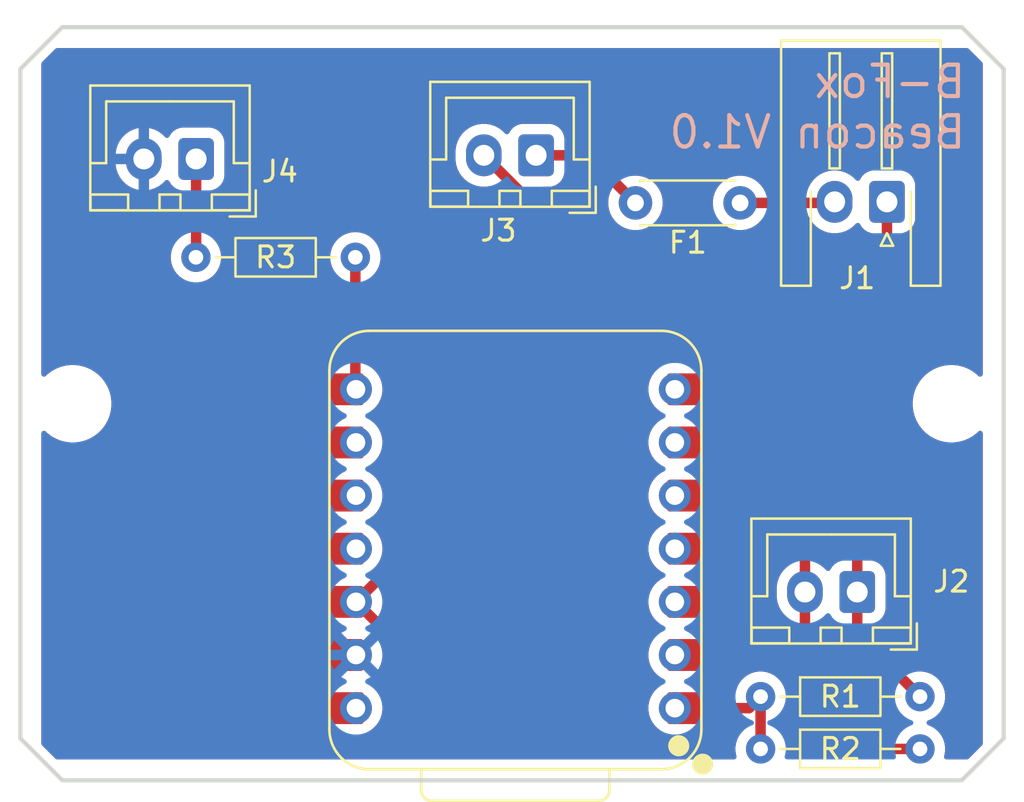
<source format=kicad_pcb>
(kicad_pcb (version 20241229) (generator "pcbnew") (generator_version "9.0")
  (layers (0 "F.Cu" signal) (2 "B.Cu" signal) (13 "F.Paste" user) (15 "B.Paste" user) (5 "F.SilkS" user "F.Silkscreen") (7 "B.SilkS" user "B.Silkscreen") (1 "F.Mask" user) (3 "B.Mask" user) (25 "Edge.Cuts" user))
  (net 0 "")
  (net 1 "Net-(J1-Pin_1)")
  (net 2 "Net-(J1-Pin_2)")
  (net 3 "Net-(U1-GPIO0{slash}A0{slash}D0)")
  (net 4 "Net-(J2-Pin_2)")
  (net 5 "Net-(U1-GPIO17{slash}D7{slash}RX)")
  (net 26 "VCC")
  (net 27 "GND")
  (net 28 "Net-(J4-Pin_1)")
  (net 29 "Net-(J3-Pin_1)")
  (footprint "MountingHole:MountingHole_3.2mm_M3" (layer "F.Cu") (at 94.5 68)
    (property "Reference" "H2" (hide yes))
    (property "Value" "MountingHole" (hide yes))
    (pad "" np_thru_hole circle (at 0 0) (size 3.2 3.2) (drill 3.2) (layers "*.Cu" "*.Mask"))
  )
  (footprint "Capacitor_THT:C_Disc_D4.3mm_W1.9mm_P5.00mm" (layer "F.Cu") (at 79.4 58.4)
    (property "Reference" "F1" (at 2.5 1.9 0) (layer "F.SilkS"))
    (property "Value" "Polyfuse_Small")
    (fp_line (start 0.23 -1.07) (end 4.77 -1.07) (stroke (width 0.12)) (layer "F.SilkS"))
    (fp_line (start 0.23 -1.014) (end 0.23 -1.07) (stroke (width 0.12)) (layer "F.SilkS"))
    (fp_line (start 4.77 1.014) (end 4.77 1.07) (stroke (width 0.12)) (layer "F.SilkS"))
    (fp_line (start 4.77 1.07) (end 0.23 1.07) (stroke (width 0.12)) (layer "F.SilkS"))
    (pad "1" thru_hole circle (at 0 0) (size 1.6 1.6) (drill 0.8) (layers "*.Cu" "*.Mask") (net 29 "Net-(J3-Pin_1)"))
    (pad "2" thru_hole circle (at 5 0) (size 1.6 1.6) (drill 0.8) (layers "*.Cu" "*.Mask") (net 2 "Net-(J1-Pin_2)"))
  )
  (footprint "Resistor_THT:R_Axial_DIN0204_L3.6mm_D1.6mm_P7.62mm_Horizontal" (layer "F.Cu") (at 85.38 82)
    (property "Reference" "R1" (at 3.81 0 0) (layer "F.SilkS"))
    (property "Value" "220k" (hide yes))
    (fp_line (start 0.94 0) (end 1.89 0) (stroke (width 0.12)) (layer "F.SilkS"))
    (fp_line (start 6.68 0) (end 5.73 0) (stroke (width 0.12)) (layer "F.SilkS"))
    (fp_rect (start 1.89 -0.92) (end 5.73 0.92) (stroke (width 0.12)) (fill no) (layer "F.SilkS"))
    (pad "1" thru_hole circle (at 0 0) (size 1.4 1.4) (drill 0.7) (layers "*.Cu" "*.Mask") (net 3 "Net-(U1-GPIO0{slash}A0{slash}D0)"))
    (pad "2" thru_hole circle (at 7.62 0) (size 1.4 1.4) (drill 0.7) (layers "*.Cu" "*.Mask") (net 1 "Net-(J1-Pin_1)"))
  )
  (footprint "Connector_JST:JST_XH_B2B-XH-A_1x02_P2.50mm_Vertical" (layer "F.Cu") (at 90 77 180)
    (property "Reference" "J2" (at -4.5 0.5 0) (layer "F.SilkS"))
    (property "Value" "Conn_01x02" (hide yes))
    (fp_line (start 5.06 3.51) (end 5.06 -2.46) (stroke (width 0.12)) (layer "F.SilkS"))
    (fp_line (start 5.06 -2.46) (end -2.56 -2.46) (stroke (width 0.12)) (layer "F.SilkS"))
    (fp_line (start 5.05 -0.2) (end 4.3 -0.2) (stroke (width 0.12)) (layer "F.SilkS"))
    (fp_line (start 5.05 -1.7) (end 5.05 -2.45) (stroke (width 0.12)) (layer "F.SilkS"))
    (fp_line (start 5.05 -2.45) (end 3.25 -2.45) (stroke (width 0.12)) (layer "F.SilkS"))
    (fp_line (start 4.3 2.75) (end 1.25 2.75) (stroke (width 0.12)) (layer "F.SilkS"))
    (fp_line (start 4.3 -0.2) (end 4.3 2.75) (stroke (width 0.12)) (layer "F.SilkS"))
    (fp_line (start 3.25 -1.7) (end 5.05 -1.7) (stroke (width 0.12)) (layer "F.SilkS"))
    (fp_line (start 3.25 -2.45) (end 3.25 -1.7) (stroke (width 0.12)) (layer "F.SilkS"))
    (fp_line (start 1.75 -1.7) (end 1.75 -2.45) (stroke (width 0.12)) (layer "F.SilkS"))
    (fp_line (start 1.75 -2.45) (end 0.75 -2.45) (stroke (width 0.12)) (layer "F.SilkS"))
    (fp_line (start 0.75 -1.7) (end 1.75 -1.7) (stroke (width 0.12)) (layer "F.SilkS"))
    (fp_line (start 0.75 -2.45) (end 0.75 -1.7) (stroke (width 0.12)) (layer "F.SilkS"))
    (fp_line (start -0.75 -1.7) (end -0.75 -2.45) (stroke (width 0.12)) (layer "F.SilkS"))
    (fp_line (start -0.75 -2.45) (end -2.55 -2.45) (stroke (width 0.12)) (layer "F.SilkS"))
    (fp_line (start -1.6 -2.75) (end -2.85 -2.75) (stroke (width 0.12)) (layer "F.SilkS"))
    (fp_line (start -1.8 2.75) (end 1.25 2.75) (stroke (width 0.12)) (layer "F.SilkS"))
    (fp_line (start -1.8 -0.2) (end -1.8 2.75) (stroke (width 0.12)) (layer "F.SilkS"))
    (fp_line (start -2.55 -0.2) (end -1.8 -0.2) (stroke (width 0.12)) (layer "F.SilkS"))
    (fp_line (start -2.55 -1.7) (end -0.75 -1.7) (stroke (width 0.12)) (layer "F.SilkS"))
    (fp_line (start -2.55 -2.45) (end -2.55 -1.7) (stroke (width 0.12)) (layer "F.SilkS"))
    (fp_line (start -2.56 3.51) (end 5.06 3.51) (stroke (width 0.12)) (layer "F.SilkS"))
    (fp_line (start -2.56 -2.46) (end -2.56 3.51) (stroke (width 0.12)) (layer "F.SilkS"))
    (fp_line (start -2.85 -2.75) (end -2.85 -1.5) (stroke (width 0.12)) (layer "F.SilkS"))
    (pad "1" thru_hole roundrect (at 0 0 180) (size 1.7 2) (drill 1) (layers "*.Cu" "*.Mask") (roundrect_rratio 0.147059) (net 1 "Net-(J1-Pin_1)"))
    (pad "2" thru_hole oval (at 2.5 0 180) (size 1.7 2) (drill 1) (layers "*.Cu" "*.Mask") (net 4 "Net-(J2-Pin_2)"))
  )
  (footprint "Connector_JST:JST_XH_B2B-XH-A_1x02_P2.50mm_Vertical" (layer "F.Cu") (at 58.4 56.3 180)
    (property "Reference" "J4" (at -4 -0.6 0) (layer "F.SilkS"))
    (property "Value" "Conn_01x02" (hide yes))
    (fp_line (start 5.06 3.51) (end 5.06 -2.46) (stroke (width 0.12)) (layer "F.SilkS"))
    (fp_line (start 5.06 -2.46) (end -2.56 -2.46) (stroke (width 0.12)) (layer "F.SilkS"))
    (fp_line (start 5.05 -0.2) (end 4.3 -0.2) (stroke (width 0.12)) (layer "F.SilkS"))
    (fp_line (start 5.05 -1.7) (end 5.05 -2.45) (stroke (width 0.12)) (layer "F.SilkS"))
    (fp_line (start 5.05 -2.45) (end 3.25 -2.45) (stroke (width 0.12)) (layer "F.SilkS"))
    (fp_line (start 4.3 2.75) (end 1.25 2.75) (stroke (width 0.12)) (layer "F.SilkS"))
    (fp_line (start 4.3 -0.2) (end 4.3 2.75) (stroke (width 0.12)) (layer "F.SilkS"))
    (fp_line (start 3.25 -1.7) (end 5.05 -1.7) (stroke (width 0.12)) (layer "F.SilkS"))
    (fp_line (start 3.25 -2.45) (end 3.25 -1.7) (stroke (width 0.12)) (layer "F.SilkS"))
    (fp_line (start 1.75 -1.7) (end 1.75 -2.45) (stroke (width 0.12)) (layer "F.SilkS"))
    (fp_line (start 1.75 -2.45) (end 0.75 -2.45) (stroke (width 0.12)) (layer "F.SilkS"))
    (fp_line (start 0.75 -1.7) (end 1.75 -1.7) (stroke (width 0.12)) (layer "F.SilkS"))
    (fp_line (start 0.75 -2.45) (end 0.75 -1.7) (stroke (width 0.12)) (layer "F.SilkS"))
    (fp_line (start -0.75 -1.7) (end -0.75 -2.45) (stroke (width 0.12)) (layer "F.SilkS"))
    (fp_line (start -0.75 -2.45) (end -2.55 -2.45) (stroke (width 0.12)) (layer "F.SilkS"))
    (fp_line (start -1.6 -2.75) (end -2.85 -2.75) (stroke (width 0.12)) (layer "F.SilkS"))
    (fp_line (start -1.8 2.75) (end 1.25 2.75) (stroke (width 0.12)) (layer "F.SilkS"))
    (fp_line (start -1.8 -0.2) (end -1.8 2.75) (stroke (width 0.12)) (layer "F.SilkS"))
    (fp_line (start -2.55 -0.2) (end -1.8 -0.2) (stroke (width 0.12)) (layer "F.SilkS"))
    (fp_line (start -2.55 -1.7) (end -0.75 -1.7) (stroke (width 0.12)) (layer "F.SilkS"))
    (fp_line (start -2.55 -2.45) (end -2.55 -1.7) (stroke (width 0.12)) (layer "F.SilkS"))
    (fp_line (start -2.56 3.51) (end 5.06 3.51) (stroke (width 0.12)) (layer "F.SilkS"))
    (fp_line (start -2.56 -2.46) (end -2.56 3.51) (stroke (width 0.12)) (layer "F.SilkS"))
    (fp_line (start -2.85 -2.75) (end -2.85 -1.5) (stroke (width 0.12)) (layer "F.SilkS"))
    (pad "1" thru_hole roundrect (at 0 0 180) (size 1.7 2) (drill 1) (layers "*.Cu" "*.Mask") (roundrect_rratio 0.147059) (net 28 "Net-(J4-Pin_1)"))
    (pad "2" thru_hole oval (at 2.5 0 180) (size 1.7 2) (drill 1) (layers "*.Cu" "*.Mask") (net 27 "GND"))
  )
  (footprint "Resistor_THT:R_Axial_DIN0204_L3.6mm_D1.6mm_P7.62mm_Horizontal" (layer "F.Cu") (at 66.01 61 180)
    (property "Reference" "R3" (at 3.81 0 0) (layer "F.SilkS"))
    (property "Value" "1k" (hide yes))
    (fp_line (start 6.68 0) (end 5.73 0) (stroke (width 0.12)) (layer "F.SilkS"))
    (fp_line (start 0.94 0) (end 1.89 0) (stroke (width 0.12)) (layer "F.SilkS"))
    (fp_rect (start 1.89 -0.92) (end 5.73 0.92) (stroke (width 0.12)) (fill no) (layer "F.SilkS"))
    (pad "1" thru_hole circle (at 0 0 180) (size 1.4 1.4) (drill 0.7) (layers "*.Cu" "*.Mask") (net 5 "Net-(U1-GPIO17{slash}D7{slash}RX)"))
    (pad "2" thru_hole circle (at 7.62 0 180) (size 1.4 1.4) (drill 0.7) (layers "*.Cu" "*.Mask") (net 28 "Net-(J4-Pin_1)"))
  )
  (footprint "Resistor_THT:R_Axial_DIN0204_L3.6mm_D1.6mm_P7.62mm_Horizontal" (layer "F.Cu") (at 85.38 84.5)
    (property "Reference" "R2" (at 3.81 0 0) (layer "F.SilkS"))
    (property "Value" "220k" (hide yes))
    (fp_line (start 0.94 0) (end 1.89 0) (stroke (width 0.12)) (layer "F.SilkS"))
    (fp_line (start 6.68 0) (end 5.73 0) (stroke (width 0.12)) (layer "F.SilkS"))
    (fp_rect (start 1.89 -0.92) (end 5.73 0.92) (stroke (width 0.12)) (fill no) (layer "F.SilkS"))
    (pad "1" thru_hole circle (at 0 0) (size 1.4 1.4) (drill 0.7) (layers "*.Cu" "*.Mask") (net 3 "Net-(U1-GPIO0{slash}A0{slash}D0)"))
    (pad "2" thru_hole circle (at 7.62 0) (size 1.4 1.4) (drill 0.7) (layers "*.Cu" "*.Mask") (net 4 "Net-(J2-Pin_2)"))
  )
  (footprint "Seeed Studio XIAO Series Library:XIAO-ESP32C6-DIP" (layer "F.Cu") (at 73.615 74.93 180)
    (property "Reference" "U1" (hide yes))
    (property "Value" "XIAO-ESP32-C6")
    (fp_line (start 8.845 8.509) (end 8.845 -8.636) (stroke (width 0.127)) (layer "F.SilkS"))
    (fp_line (start 6.94 -10.541) (end -7.03 -10.541) (stroke (width 0.1)) (layer "F.SilkS"))
    (fp_line (start 6.94 -10.541) (end -7.03 -10.541) (stroke (width 0.127)) (layer "F.SilkS"))
    (fp_line (start 4.459 -11.551) (end 4.459 -10.541) (stroke (width 0.127)) (layer "F.SilkS"))
    (fp_line (start -4.036272 -12.051) (end 3.959 -12.051) (stroke (width 0.127)) (layer "F.SilkS"))
    (fp_line (start -4.54 -10.541) (end -4.536272 -11.551272) (stroke (width 0.127)) (layer "F.SilkS"))
    (fp_line (start -7.03 10.414) (end 6.94 10.414) (stroke (width 0.127)) (layer "F.SilkS"))
    (fp_line (start -8.935 8.509) (end -8.935 -8.636) (stroke (width 0.127)) (layer "F.SilkS"))
    (fp_arc (start 8.845 8.509) (mid 8.287038 9.856038) (end 6.94 10.414) (stroke (width 0.127)) (layer "F.SilkS"))
    (fp_arc (start 6.94 -10.541) (mid 8.287038 -9.983038) (end 8.845 -8.636) (stroke (width 0.127)) (layer "F.SilkS"))
    (fp_arc (start 3.959 -12.051) (mid 4.312553 -11.904553) (end 4.459 -11.551) (stroke (width 0.127)) (layer "F.SilkS"))
    (fp_arc (start -4.536272 -11.551272) (mid -4.389728 -11.90464) (end -4.036272 -12.051) (stroke (width 0.127)) (layer "F.SilkS"))
    (fp_arc (start -7.03 10.414) (mid -8.377038 9.856038) (end -8.935 8.509) (stroke (width 0.127)) (layer "F.SilkS"))
    (fp_arc (start -8.935 -8.636) (mid -8.377038 -9.983038) (end -7.03 -10.541) (stroke (width 0.127)) (layer "F.SilkS"))
    (fp_circle (center -7.852 -9.42) (end -7.852 -9.674) (stroke (width 0.5)) (fill yes) (layer "F.SilkS"))
    (fp_circle (center -8.995 -10.3) (end -8.995 -10.554) (stroke (width 0.5)) (fill yes) (layer "F.SilkS"))
    (pad "1" smd roundrect (at -8.5 -7.62) (size 2.432 1.524) (layers "F.Cu" "F.Mask") (roundrect_rratio 0.1) (net 3 "Net-(U1-GPIO0{slash}A0{slash}D0)"))
    (pad "1" thru_hole circle (at -7.665 -7.62) (size 1.524 1.524) (drill 0.889) (layers "*.Cu" "*.Mask") (net 3 "Net-(U1-GPIO0{slash}A0{slash}D0)"))
    (pad "2" smd roundrect (at -8.5 -5.08) (size 2.432 1.524) (layers "F.Cu" "F.Mask") (roundrect_rratio 0.1))
    (pad "2" thru_hole circle (at -7.665 -5.08) (size 1.524 1.524) (drill 0.889) (layers "*.Cu" "*.Mask"))
    (pad "3" smd roundrect (at -8.5 -2.54) (size 2.432 1.524) (layers "F.Cu" "F.Mask") (roundrect_rratio 0.1))
    (pad "3" thru_hole circle (at -7.665 -2.54) (size 1.524 1.524) (drill 0.889) (layers "*.Cu" "*.Mask"))
    (pad "4" smd roundrect (at -8.5 0) (size 2.432 1.524) (layers "F.Cu" "F.Mask") (roundrect_rratio 0.1))
    (pad "4" thru_hole circle (at -7.665 0) (size 1.524 1.524) (drill 0.889) (layers "*.Cu" "*.Mask"))
    (pad "5" smd roundrect (at -8.5 2.54) (size 2.432 1.524) (layers "F.Cu" "F.Mask") (roundrect_rratio 0.1))
    (pad "5" thru_hole circle (at -7.665 2.54) (size 1.524 1.524) (drill 0.889) (layers "*.Cu" "*.Mask"))
    (pad "6" smd roundrect (at -8.5 5.08) (size 2.432 1.524) (layers "F.Cu" "F.Mask") (roundrect_rratio 0.1))
    (pad "6" thru_hole circle (at -7.665 5.08) (size 1.524 1.524) (drill 0.889) (layers "*.Cu" "*.Mask"))
    (pad "7" smd roundrect (at -8.5 7.62) (size 2.432 1.524) (layers "F.Cu" "F.Mask") (roundrect_rratio 0.1))
    (pad "7" thru_hole circle (at -7.665 7.62) (size 1.524 1.524) (drill 0.889) (layers "*.Cu" "*.Mask"))
    (pad "8" thru_hole circle (at 7.575 7.62 180) (size 1.524 1.524) (drill 0.889) (layers "*.Cu" "*.Mask") (net 5 "Net-(U1-GPIO17{slash}D7{slash}RX)"))
    (pad "8" smd roundrect (at 8.41 7.62 180) (size 2.432 1.524) (layers "F.Cu" "F.Mask") (roundrect_rratio 0.1) (net 5 "Net-(U1-GPIO17{slash}D7{slash}RX)"))
    (pad "9" thru_hole circle (at 7.575 5.08 180) (size 1.524 1.524) (drill 0.889) (layers "*.Cu" "*.Mask"))
    (pad "9" smd roundrect (at 8.41 5.08 180) (size 2.432 1.524) (layers "F.Cu" "F.Mask") (roundrect_rratio 0.1))
    (pad "10" thru_hole circle (at 7.575 2.54 180) (size 1.524 1.524) (drill 0.889) (layers "*.Cu" "*.Mask"))
    (pad "10" smd roundrect (at 8.41 2.54 180) (size 2.432 1.524) (layers "F.Cu" "F.Mask") (roundrect_rratio 0.1))
    (pad "11" thru_hole circle (at 7.575 0 180) (size 1.524 1.524) (drill 0.889) (layers "*.Cu" "*.Mask"))
    (pad "11" smd roundrect (at 8.41 0 180) (size 2.432 1.524) (layers "F.Cu" "F.Mask") (roundrect_rratio 0.1))
    (pad "12" thru_hole circle (at 7.575 -2.54 180) (size 1.524 1.524) (drill 0.889) (layers "*.Cu" "*.Mask") (net 26 "VCC"))
    (pad "12" smd roundrect (at 8.41 -2.54 180) (size 2.432 1.524) (layers "F.Cu" "F.Mask") (roundrect_rratio 0.1) (net 26 "VCC"))
    (pad "13" thru_hole circle (at 7.575 -5.08 180) (size 1.524 1.524) (drill 0.889) (layers "*.Cu" "*.Mask") (net 27 "GND"))
    (pad "13" smd roundrect (at 8.41 -5.08 180) (size 2.432 1.524) (layers "F.Cu" "F.Mask") (roundrect_rratio 0.1) (net 27 "GND"))
    (pad "14" thru_hole circle (at 7.575 -7.62 180) (size 1.524 1.524) (drill 0.889) (layers "*.Cu" "*.Mask"))
    (pad "14" smd roundrect (at 8.41 -7.62 180) (size 2.432 1.524) (layers "F.Cu" "F.Mask") (roundrect_rratio 0.1))
  )
  (footprint "Connector_JST:JST_XH_B2B-XH-A_1x02_P2.50mm_Vertical" (layer "F.Cu") (at 74.65 56.125 180)
    (property "Reference" "J3" (at 1.8 -3.6 0) (layer "F.SilkS"))
    (property "Value" "Conn_01x02" (hide yes))
    (fp_line (start 5.06 3.51) (end 5.06 -2.46) (stroke (width 0.12)) (layer "F.SilkS"))
    (fp_line (start 5.06 -2.46) (end -2.56 -2.46) (stroke (width 0.12)) (layer "F.SilkS"))
    (fp_line (start 5.05 -0.2) (end 4.3 -0.2) (stroke (width 0.12)) (layer "F.SilkS"))
    (fp_line (start 5.05 -1.7) (end 5.05 -2.45) (stroke (width 0.12)) (layer "F.SilkS"))
    (fp_line (start 5.05 -2.45) (end 3.25 -2.45) (stroke (width 0.12)) (layer "F.SilkS"))
    (fp_line (start 4.3 2.75) (end 1.25 2.75) (stroke (width 0.12)) (layer "F.SilkS"))
    (fp_line (start 4.3 -0.2) (end 4.3 2.75) (stroke (width 0.12)) (layer "F.SilkS"))
    (fp_line (start 3.25 -1.7) (end 5.05 -1.7) (stroke (width 0.12)) (layer "F.SilkS"))
    (fp_line (start 3.25 -2.45) (end 3.25 -1.7) (stroke (width 0.12)) (layer "F.SilkS"))
    (fp_line (start 1.75 -1.7) (end 1.75 -2.45) (stroke (width 0.12)) (layer "F.SilkS"))
    (fp_line (start 1.75 -2.45) (end 0.75 -2.45) (stroke (width 0.12)) (layer "F.SilkS"))
    (fp_line (start 0.75 -1.7) (end 1.75 -1.7) (stroke (width 0.12)) (layer "F.SilkS"))
    (fp_line (start 0.75 -2.45) (end 0.75 -1.7) (stroke (width 0.12)) (layer "F.SilkS"))
    (fp_line (start -0.75 -1.7) (end -0.75 -2.45) (stroke (width 0.12)) (layer "F.SilkS"))
    (fp_line (start -0.75 -2.45) (end -2.55 -2.45) (stroke (width 0.12)) (layer "F.SilkS"))
    (fp_line (start -1.6 -2.75) (end -2.85 -2.75) (stroke (width 0.12)) (layer "F.SilkS"))
    (fp_line (start -1.8 2.75) (end 1.25 2.75) (stroke (width 0.12)) (layer "F.SilkS"))
    (fp_line (start -1.8 -0.2) (end -1.8 2.75) (stroke (width 0.12)) (layer "F.SilkS"))
    (fp_line (start -2.55 -0.2) (end -1.8 -0.2) (stroke (width 0.12)) (layer "F.SilkS"))
    (fp_line (start -2.55 -1.7) (end -0.75 -1.7) (stroke (width 0.12)) (layer "F.SilkS"))
    (fp_line (start -2.55 -2.45) (end -2.55 -1.7) (stroke (width 0.12)) (layer "F.SilkS"))
    (fp_line (start -2.56 3.51) (end 5.06 3.51) (stroke (width 0.12)) (layer "F.SilkS"))
    (fp_line (start -2.56 -2.46) (end -2.56 3.51) (stroke (width 0.12)) (layer "F.SilkS"))
    (fp_line (start -2.85 -2.75) (end -2.85 -1.5) (stroke (width 0.12)) (layer "F.SilkS"))
    (pad "1" thru_hole roundrect (at 0 0 180) (size 1.7 2) (drill 1) (layers "*.Cu" "*.Mask") (roundrect_rratio 0.147059) (net 29 "Net-(J3-Pin_1)"))
    (pad "2" thru_hole oval (at 2.5 0 180) (size 1.7 2) (drill 1) (layers "*.Cu" "*.Mask") (net 4 "Net-(J2-Pin_2)"))
  )
  (footprint "Connector_JST:JST_XH_S2B-XH-A-1_1x02_P2.50mm_Horizontal" (layer "F.Cu") (at 91.42 58.35 180)
    (property "Reference" "J1" (at 1.42 -3.65 0) (layer "F.SilkS"))
    (property "Value" "Conn_01x02")
    (fp_line (start 5.06 7.71) (end 5.06 -4.01) (stroke (width 0.12)) (layer "F.SilkS"))
    (fp_line (start 5.06 -4.01) (end 3.64 -4.01) (stroke (width 0.12)) (layer "F.SilkS"))
    (fp_line (start 3.64 -4.01) (end 3.64 0.49) (stroke (width 0.12)) (layer "F.SilkS"))
    (fp_line (start 2.75 7.1) (end 2.75 1.6) (stroke (width 0.12)) (layer "F.SilkS"))
    (fp_line (start 2.75 1.6) (end 2.25 1.6) (stroke (width 0.12)) (layer "F.SilkS"))
    (fp_line (start 2.25 7.1) (end 2.75 7.1) (stroke (width 0.12)) (layer "F.SilkS"))
    (fp_line (start 2.25 1.6) (end 2.25 7.1) (stroke (width 0.12)) (layer "F.SilkS"))
    (fp_line (start 1.25 7.71) (end 5.06 7.71) (stroke (width 0.12)) (layer "F.SilkS"))
    (fp_line (start 1.25 7.71) (end -2.56 7.71) (stroke (width 0.12)) (layer "F.SilkS"))
    (fp_line (start 0.3 -2.1) (end 0 -1.5) (stroke (width 0.12)) (layer "F.SilkS"))
    (fp_line (start 0.25 7.1) (end 0.25 1.6) (stroke (width 0.12)) (layer "F.SilkS"))
    (fp_line (start 0.25 1.6) (end -0.25 1.6) (stroke (width 0.12)) (layer "F.SilkS"))
    (fp_line (start 0 -1.5) (end -0.3 -2.1) (stroke (width 0.12)) (layer "F.SilkS"))
    (fp_line (start -0.25 7.1) (end 0.25 7.1) (stroke (width 0.12)) (layer "F.SilkS"))
    (fp_line (start -0.25 1.6) (end -0.25 7.1) (stroke (width 0.12)) (layer "F.SilkS"))
    (fp_line (start -0.3 -2.1) (end 0.3 -2.1) (stroke (width 0.12)) (layer "F.SilkS"))
    (fp_line (start -1.14 -4.01) (end -1.14 0.49) (stroke (width 0.12)) (layer "F.SilkS"))
    (fp_line (start -2.56 7.71) (end -2.56 -4.01) (stroke (width 0.12)) (layer "F.SilkS"))
    (fp_line (start -2.56 -4.01) (end -1.14 -4.01) (stroke (width 0.12)) (layer "F.SilkS"))
    (pad "1" thru_hole roundrect (at 0 0 180) (size 1.7 2) (drill 1) (layers "*.Cu" "*.Mask") (roundrect_rratio 0.147059) (net 1 "Net-(J1-Pin_1)"))
    (pad "2" thru_hole oval (at 2.5 0 180) (size 1.7 2) (drill 1) (layers "*.Cu" "*.Mask") (net 2 "Net-(J1-Pin_2)"))
  )
  (footprint "MountingHole:MountingHole_3.2mm_M3" (layer "F.Cu") (at 52.5 68)
    (property "Reference" "H1" (hide yes))
    (property "Value" "MountingHole" (hide yes))
    (pad "" np_thru_hole circle (at 0 0) (size 3.2 3.2) (drill 3.2) (layers "*.Cu" "*.Mask"))
  )
  (gr_line (start 50 84) (end 52 86) (stroke (width 0.2)) (layer "Edge.Cuts"))
  (gr_line (start 52 86) (end 95 86) (stroke (width 0.2)) (layer "Edge.Cuts"))
  (gr_line (start 95 86) (end 97 84) (stroke (width 0.2)) (layer "Edge.Cuts"))
  (gr_line (start 95 50) (end 52 50) (stroke (width 0.2)) (layer "Edge.Cuts"))
  (gr_line (start 50 52) (end 50 84) (stroke (width 0.2)) (layer "Edge.Cuts"))
  (gr_line (start 97 52) (end 95 50) (stroke (width 0.2)) (layer "Edge.Cuts"))
  (gr_line (start 52 50) (end 50 52) (stroke (width 0.2)) (layer "Edge.Cuts"))
  (gr_line (start 97 84) (end 97 52) (stroke (width 0.2)) (layer "Edge.Cuts"))
  (gr_text "B-Fox\nBeacon V1.0" (at 95.3 55.9 0) (layer "B.SilkS") (effects (font (size 1.5 1.5) (thickness 0.2)) (justify left bottom mirror)))
  (segment (start 90 65) (end 90 77) (width 0.5) (layer "F.Cu") (net 1))
  (segment (start 91.42 58.35) (end 91.42 63.58) (width 0.5) (layer "F.Cu") (net 1))
  (segment (start 90 77) (end 90 79) (width 0.5) (layer "F.Cu") (net 1))
  (segment (start 90 79) (end 93 82) (width 0.5) (layer "F.Cu") (net 1))
  (segment (start 91.42 63.58) (end 90 65) (width 0.5) (layer "F.Cu") (net 1))
  (segment (start 88.77 58.5) (end 88.92 58.35) (width 0.5) (layer "F.Cu") (net 2))
  (segment (start 84.4 58.4) (end 88.87 58.4) (width 0.5) (layer "F.Cu") (net 2))
  (segment (start 88.87 58.4) (end 88.92 58.35) (width 0.5) (layer "F.Cu") (net 2))
  (segment (start 85.38 82) (end 85 82) (width 0.5) (layer "F.Cu") (net 3))
  (segment (start 84.83 82.55) (end 85.38 82) (width 0.5) (layer "F.Cu") (net 3))
  (segment (start 81.28 82.55) (end 84.83 82.55) (width 0.5) (layer "F.Cu") (net 3))
  (segment (start 85.38 82) (end 85.38 84.5) (width 0.5) (layer "F.Cu") (net 3))
  (segment (start 79.025 63) (end 85.6 63) (width 0.5) (layer "F.Cu") (net 4))
  (segment (start 72.15 56.125) (end 79.025 63) (width 0.5) (layer "F.Cu") (net 4))
  (segment (start 87.5 64.9) (end 85.6 63) (width 0.5) (layer "F.Cu") (net 4))
  (segment (start 93 84.5) (end 89 84.5) (width 0.5) (layer "F.Cu") (net 4))
  (segment (start 87.5 77) (end 87.5 64.9) (width 0.5) (layer "F.Cu") (net 4))
  (segment (start 87.5 83) (end 87.5 77) (width 0.5) (layer "F.Cu") (net 4))
  (segment (start 89 84.5) (end 87.5 83) (width 0.5) (layer "F.Cu") (net 4))
  (segment (start 66.01 67.28) (end 66.04 67.31) (width 0.5) (layer "F.Cu") (net 5))
  (segment (start 66.01 61) (end 66.01 67.28) (width 0.5) (layer "F.Cu") (net 5))
  (segment (start 66.04 67.19) (end 66.04 67.31) (width 0.5) (layer "B.Cu") (net 5))
  (segment (start 63.01 80.01) (end 59.5 76.5) (width 0.5) (layer "B.Cu") (net 27))
  (segment (start 66.04 80.01) (end 63.01 80.01) (width 0.5) (layer "B.Cu") (net 27))
  (segment (start 58.4 56.3) (end 58.4 60.99) (width 0.5) (layer "F.Cu") (net 28))
  (segment (start 58.4 60.99) (end 58.39 61) (width 0.5) (layer "F.Cu") (net 28))
  (segment (start 77.125 56.125) (end 79.4 58.4) (width 0.5) (layer "F.Cu") (net 29))
  (segment (start 74.65 56.125) (end 77.125 56.125) (width 0.5) (layer "F.Cu") (net 29))
  (zone (net 26) (net_name "VCC") (layer "F.Cu") (connect_pads (clearance 0.5)) (min_thickness 0.25) (fill yes (thermal_gap 0.5) (thermal_bridge_width 0.5))
    (polygon (pts (xy 51 51) (xy 96 51) (xy 96 85) (xy 51 85)))
  )
  (zone (net 27) (net_name "GND") (layer "B.Cu") (priority 1) (connect_pads (clearance 0.5)) (min_thickness 0.25) (fill yes (thermal_gap 0.5) (thermal_bridge_width 0.5))
    (polygon (pts (xy 51 51) (xy 96 51) (xy 96 85) (xy 51 85)))
  )
)
</source>
